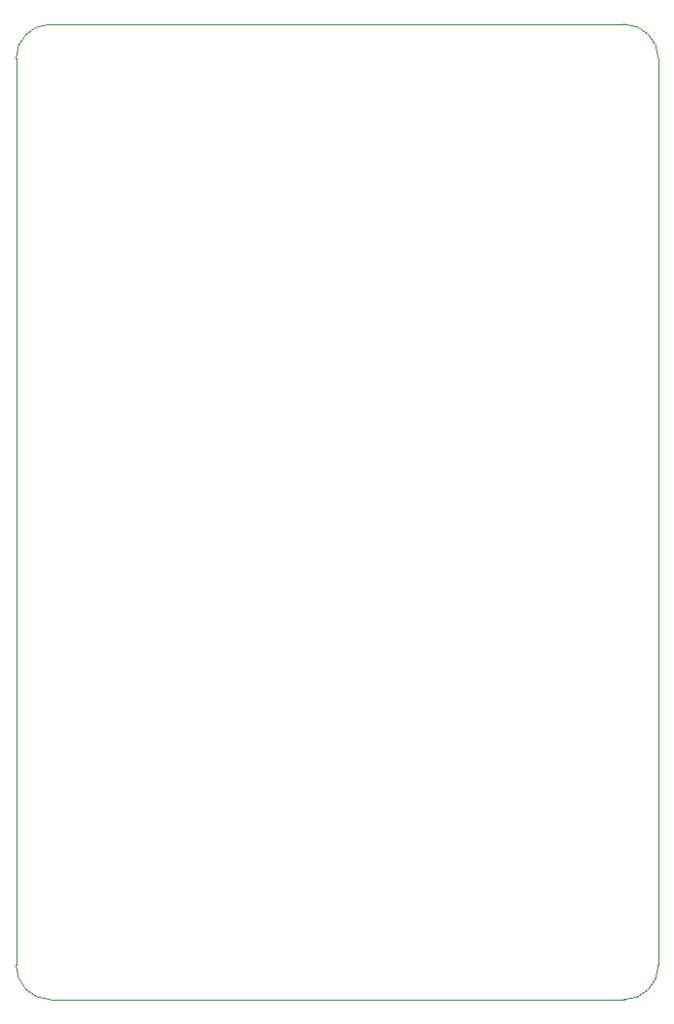
<source format=gbr>
%TF.GenerationSoftware,KiCad,Pcbnew,7.0.11-7.0.11~ubuntu20.04.1*%
%TF.CreationDate,2025-05-20T14:11:40-07:00*%
%TF.ProjectId,whaleboard,7768616c-6562-46f6-9172-642e6b696361,rev?*%
%TF.SameCoordinates,Original*%
%TF.FileFunction,Profile,NP*%
%FSLAX46Y46*%
G04 Gerber Fmt 4.6, Leading zero omitted, Abs format (unit mm)*
G04 Created by KiCad (PCBNEW 7.0.11-7.0.11~ubuntu20.04.1) date 2025-05-20 14:11:40*
%MOMM*%
%LPD*%
G01*
G04 APERTURE LIST*
%TA.AperFunction,Profile*%
%ADD10C,0.000099*%
%TD*%
G04 APERTURE END LIST*
D10*
X159004000Y-142369999D02*
X159004000Y-63370001D01*
X156004000Y-60370001D02*
X106004001Y-60370001D01*
X106004001Y-60370001D02*
G75*
G03*
X103004001Y-63370001I-1J-2999999D01*
G01*
X106004001Y-145369999D02*
X156004000Y-145369999D01*
X103004001Y-142369999D02*
G75*
G03*
X106004001Y-145369999I2999999J-1D01*
G01*
X103004001Y-63370001D02*
X103004001Y-142369999D01*
X156004000Y-145370000D02*
G75*
G03*
X159004000Y-142369999I0J3000000D01*
G01*
X159003999Y-63370001D02*
G75*
G03*
X156004000Y-60370001I-2999999J1D01*
G01*
M02*

</source>
